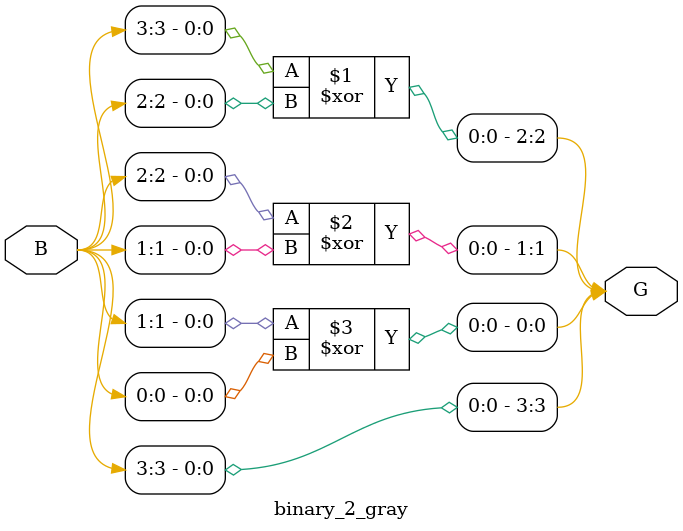
<source format=v>
module binary_2_gray(G,B);
input [3:0]B;
output [3:0]G;
assign G[3]=B[3];
assign G[2]=B[3]^B[2];
assign G[1]=B[2]^B[1];
assign G[0]=B[1]^B[0];

endmodule
</source>
